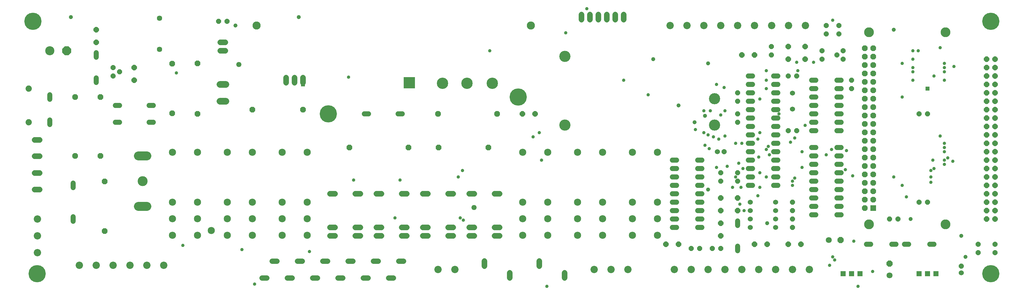
<source format=gbs>
G75*
G70*
%OFA0B0*%
%FSLAX24Y24*%
%IPPOS*%
%LPD*%
%AMOC8*
5,1,8,0,0,1.08239X$1,22.5*
%
%ADD10C,0.2049*%
%ADD11C,0.0600*%
%ADD12OC8,0.0600*%
%ADD13C,0.0595*%
%ADD14C,0.1080*%
%ADD15OC8,0.1080*%
%ADD16OC8,0.0680*%
%ADD17C,0.0740*%
%ADD18OC8,0.0640*%
%ADD19C,0.0680*%
%ADD20C,0.0674*%
%ADD21C,0.0789*%
%ADD22C,0.1080*%
%ADD23C,0.1180*%
%ADD24R,0.1346X0.1346*%
%ADD25C,0.1346*%
%ADD26C,0.0600*%
%ADD27C,0.0634*%
%ADD28C,0.1163*%
%ADD29R,0.0680X0.0680*%
%ADD30C,0.0848*%
%ADD31C,0.1328*%
%ADD32C,0.0867*%
%ADD33OC8,0.0710*%
%ADD34C,0.0710*%
%ADD35R,0.0630X0.0630*%
%ADD36C,0.0966*%
%ADD37C,0.0640*%
%ADD38C,0.0397*%
%ADD39C,0.0476*%
%ADD40R,0.0476X0.0476*%
%ADD41C,0.0611*%
D10*
X003100Y002600D03*
X037600Y021600D03*
X060100Y023600D03*
X116100Y032600D03*
X116100Y002600D03*
X002600Y032600D03*
D11*
X010100Y028860D02*
X010100Y028340D01*
X010100Y025860D02*
X010100Y025340D01*
X004600Y023860D02*
X004600Y023340D01*
X004600Y020860D02*
X004600Y020340D01*
X007350Y013360D02*
X007350Y012840D01*
X007350Y009360D02*
X007350Y008840D01*
X041840Y021600D02*
X042360Y021600D01*
X045840Y021600D02*
X046360Y021600D01*
X078340Y016100D02*
X078860Y016100D01*
X081340Y016100D02*
X081860Y016100D01*
X081860Y015100D02*
X081340Y015100D01*
X081340Y014100D02*
X081860Y014100D01*
X078860Y014100D02*
X078340Y014100D01*
X078340Y015100D02*
X078860Y015100D01*
X078860Y013100D02*
X078340Y013100D01*
X078340Y012100D02*
X078860Y012100D01*
X081340Y012100D02*
X081860Y012100D01*
X081860Y011100D02*
X081340Y011100D01*
X078860Y011100D02*
X078340Y011100D01*
X078340Y010100D02*
X078860Y010100D01*
X081340Y010100D02*
X081860Y010100D01*
X081860Y009100D02*
X081340Y009100D01*
X081340Y008100D02*
X081860Y008100D01*
X078860Y008100D02*
X078340Y008100D01*
X078340Y009100D02*
X078860Y009100D01*
X086100Y008860D02*
X086100Y008340D01*
X086100Y005860D02*
X086100Y005340D01*
X094840Y009600D02*
X095360Y009600D01*
X097840Y009600D02*
X098360Y009600D01*
X098360Y010600D02*
X097840Y010600D01*
X097840Y011600D02*
X098360Y011600D01*
X095360Y011600D02*
X094840Y011600D01*
X094840Y010600D02*
X095360Y010600D01*
X095360Y012600D02*
X094840Y012600D01*
X094840Y013600D02*
X095360Y013600D01*
X097840Y013600D02*
X098360Y013600D01*
X098360Y012600D02*
X097840Y012600D01*
X097840Y014600D02*
X098360Y014600D01*
X095360Y014600D02*
X094840Y014600D01*
X094840Y015600D02*
X095360Y015600D01*
X097840Y015600D02*
X098360Y015600D01*
X098360Y016600D02*
X097840Y016600D01*
X095360Y016600D02*
X094840Y016600D01*
X094840Y017600D02*
X095360Y017600D01*
X097840Y017600D02*
X098360Y017600D01*
X098360Y019600D02*
X097840Y019600D01*
X095360Y019600D02*
X094840Y019600D01*
X094840Y020600D02*
X095360Y020600D01*
X097840Y020600D02*
X098360Y020600D01*
X098360Y021600D02*
X097840Y021600D01*
X095360Y021600D02*
X094840Y021600D01*
X094840Y022600D02*
X095360Y022600D01*
X097840Y022600D02*
X098360Y022600D01*
X098360Y023600D02*
X097840Y023600D01*
X097840Y024600D02*
X098360Y024600D01*
X095360Y024600D02*
X094840Y024600D01*
X094840Y023600D02*
X095360Y023600D01*
X090860Y023100D02*
X090340Y023100D01*
X087860Y023100D02*
X087340Y023100D01*
X087340Y022100D02*
X087860Y022100D01*
X090340Y022100D02*
X090860Y022100D01*
X090860Y021100D02*
X090340Y021100D01*
X090340Y020100D02*
X090860Y020100D01*
X090860Y019100D02*
X090340Y019100D01*
X087860Y019100D02*
X087340Y019100D01*
X087340Y018100D02*
X087860Y018100D01*
X090340Y018100D02*
X090860Y018100D01*
X090860Y017100D02*
X090340Y017100D01*
X087860Y017100D02*
X087340Y017100D01*
X087340Y016100D02*
X087860Y016100D01*
X090340Y016100D02*
X090860Y016100D01*
X090860Y015100D02*
X090340Y015100D01*
X090340Y014100D02*
X090860Y014100D01*
X090860Y013100D02*
X090340Y013100D01*
X087860Y013100D02*
X087340Y013100D01*
X087340Y014100D02*
X087860Y014100D01*
X087860Y015100D02*
X087340Y015100D01*
X081860Y013100D02*
X081340Y013100D01*
X087340Y020100D02*
X087860Y020100D01*
X087860Y021100D02*
X087340Y021100D01*
X087340Y024100D02*
X087860Y024100D01*
X090340Y024100D02*
X090860Y024100D01*
X090860Y025100D02*
X090340Y025100D01*
X087860Y025100D02*
X087340Y025100D01*
X087340Y026100D02*
X087860Y026100D01*
X090340Y026100D02*
X090860Y026100D01*
X094840Y025600D02*
X095360Y025600D01*
X097840Y025600D02*
X098360Y025600D01*
X101340Y006100D02*
X101860Y006100D01*
X104340Y006100D02*
X104860Y006100D01*
X105840Y006100D02*
X106360Y006100D01*
X108840Y006100D02*
X109360Y006100D01*
D12*
X114600Y006100D03*
X116600Y006100D03*
X116600Y005100D03*
X114600Y005100D03*
X112600Y003500D03*
X105100Y009100D03*
X104100Y009100D03*
X107600Y011100D03*
X108600Y011100D03*
X092600Y011100D03*
X092600Y010100D03*
X092600Y009100D03*
X092600Y008100D03*
X084100Y005600D03*
X083100Y005600D03*
X081600Y005600D03*
X080600Y005600D03*
X084100Y013600D03*
X086100Y013600D03*
X086100Y014600D03*
X084100Y014600D03*
X084500Y017100D03*
X092100Y019600D03*
X093100Y019600D03*
X086100Y020600D03*
X086100Y021600D03*
X086100Y023100D03*
X086100Y024100D03*
X092100Y026100D03*
X093100Y026100D03*
X096100Y028100D03*
X097850Y028600D03*
X098600Y029100D03*
X096100Y029100D03*
X098600Y028100D03*
X099600Y025600D03*
X099600Y024600D03*
X107600Y021600D03*
X108600Y021600D03*
X090100Y028600D03*
X090100Y029600D03*
X096600Y031100D03*
X098100Y031100D03*
X098100Y032100D03*
X096600Y032100D03*
X025600Y032600D03*
X024600Y032600D03*
X012100Y027100D03*
X012850Y026600D03*
X012100Y026100D03*
D13*
X012343Y022600D02*
X012857Y022600D01*
X016343Y022600D02*
X016857Y022600D01*
X016857Y020600D02*
X016343Y020600D01*
X012857Y020600D02*
X012343Y020600D01*
D14*
X004600Y029100D03*
D15*
X006600Y029100D03*
D16*
X019100Y027550D03*
X022100Y027600D03*
X010600Y023600D03*
X007600Y023600D03*
X019100Y021650D03*
X022100Y021600D03*
X028600Y022100D03*
X034600Y022100D03*
X040100Y017600D03*
X047100Y017600D03*
X050650Y017600D03*
X056550Y017600D03*
X057600Y021600D03*
X050600Y021600D03*
X011100Y013550D03*
X010600Y016600D03*
X007600Y016600D03*
X011100Y007650D03*
X101163Y010395D03*
X101163Y011395D03*
X102163Y011395D03*
X102163Y012395D03*
X101163Y012395D03*
X101163Y013395D03*
X102163Y013395D03*
X102163Y014395D03*
X101163Y014395D03*
X101163Y015395D03*
X102163Y015395D03*
X102163Y016395D03*
X101163Y016395D03*
X101163Y017395D03*
X102163Y017395D03*
X102163Y018395D03*
X101163Y018395D03*
X101163Y019395D03*
X102163Y019395D03*
X102163Y020395D03*
X101163Y020395D03*
X101163Y021395D03*
X102163Y021395D03*
X102163Y022395D03*
X101163Y022395D03*
X101163Y023395D03*
X102163Y023395D03*
X102163Y024395D03*
X101163Y024395D03*
X101163Y025395D03*
X102163Y025395D03*
X102163Y026395D03*
X101163Y026395D03*
X101163Y027395D03*
X102163Y027395D03*
X102163Y028395D03*
X101163Y028395D03*
X101163Y029395D03*
X102163Y029395D03*
D17*
X002100Y024600D03*
X002100Y020600D03*
D18*
X014600Y025600D03*
X014600Y027100D03*
X010100Y030100D03*
X010100Y031600D03*
X060600Y021600D03*
X062100Y021600D03*
X086600Y028600D03*
X088100Y028600D03*
X092100Y028100D03*
X094100Y028100D03*
X094100Y029600D03*
X092100Y029600D03*
X115600Y028100D03*
X116600Y028100D03*
X116600Y027100D03*
X115600Y027100D03*
X115600Y026100D03*
X116600Y026100D03*
X116600Y025100D03*
X115600Y025100D03*
X115600Y024100D03*
X116600Y024100D03*
X116600Y023100D03*
X115600Y023100D03*
X115600Y022100D03*
X116600Y022100D03*
X116600Y021100D03*
X115600Y021100D03*
X115600Y020100D03*
X116600Y020100D03*
X116600Y019100D03*
X115600Y019100D03*
X115600Y018100D03*
X116600Y018100D03*
X116600Y017100D03*
X115600Y017100D03*
X115600Y016100D03*
X116600Y016100D03*
X116600Y015100D03*
X115600Y015100D03*
X115600Y014100D03*
X116600Y014100D03*
X116600Y013100D03*
X115600Y013100D03*
X115600Y012100D03*
X116600Y012100D03*
X116600Y011100D03*
X115600Y011100D03*
X115600Y010100D03*
X116600Y010100D03*
X116600Y009100D03*
X115600Y009100D03*
X093600Y006100D03*
X092100Y006100D03*
X089600Y006100D03*
X088100Y006100D03*
X084100Y007100D03*
X084100Y008600D03*
X084100Y010100D03*
X086100Y010100D03*
X086100Y011600D03*
X084100Y011600D03*
X079100Y006100D03*
X077600Y006100D03*
D19*
X065600Y002700D02*
X065600Y002100D01*
X062600Y003500D02*
X062600Y004100D01*
X059100Y002700D02*
X059100Y002100D01*
X056100Y003500D02*
X056100Y004100D01*
X054900Y007100D02*
X054300Y007100D01*
X052400Y007100D02*
X051800Y007100D01*
X049400Y007100D02*
X048800Y007100D01*
X046900Y007100D02*
X046300Y007100D01*
X043900Y007100D02*
X043300Y007100D01*
X041400Y007100D02*
X040800Y007100D01*
X038400Y007100D02*
X037800Y007100D01*
X037800Y008100D02*
X038400Y008100D01*
X040800Y008100D02*
X041400Y008100D01*
X043300Y008100D02*
X043900Y008100D01*
X046300Y008100D02*
X046900Y008100D01*
X048800Y008100D02*
X049400Y008100D01*
X051800Y008100D02*
X052400Y008100D01*
X054300Y008100D02*
X054900Y008100D01*
X057300Y008100D02*
X057900Y008100D01*
X057900Y007100D02*
X057300Y007100D01*
X057300Y012100D02*
X057900Y012100D01*
X054900Y012100D02*
X054300Y012100D01*
X052400Y012100D02*
X051800Y012100D01*
X049400Y012100D02*
X048800Y012100D01*
X046900Y012100D02*
X046300Y012100D01*
X043900Y012100D02*
X043300Y012100D01*
X041400Y012100D02*
X040800Y012100D01*
X038400Y012100D02*
X037800Y012100D01*
X003400Y012600D02*
X002800Y012600D01*
X002800Y014570D02*
X003400Y014570D01*
X003400Y016550D02*
X002800Y016550D01*
X002800Y018510D02*
X003400Y018510D01*
X032600Y025300D02*
X032600Y025900D01*
X033600Y025900D02*
X033600Y025300D01*
X034600Y025300D02*
X034600Y025900D01*
X067600Y032800D02*
X067600Y033400D01*
X068600Y033400D02*
X068600Y032800D01*
X069600Y032800D02*
X069600Y033400D01*
X070600Y033400D02*
X070600Y032800D01*
X071600Y032800D02*
X071600Y033400D01*
X072600Y033400D02*
X072600Y032800D01*
D20*
X025397Y030100D02*
X024803Y030100D01*
X024803Y029100D02*
X025397Y029100D01*
D21*
X025454Y025100D02*
X024746Y025100D01*
X024746Y023100D02*
X025454Y023100D01*
D22*
X016100Y016600D02*
X015100Y016600D01*
X015100Y010600D02*
X016100Y010600D01*
D23*
X015600Y013600D03*
D24*
X047183Y025293D03*
D25*
X051104Y025234D03*
X054006Y025234D03*
X057006Y025234D03*
D26*
X083700Y017100D03*
X092600Y022150D03*
X092600Y024050D03*
X090600Y011100D03*
X090600Y010100D03*
X090600Y009100D03*
X090600Y008100D03*
X087600Y008100D03*
X087600Y009100D03*
X087600Y010100D03*
X087600Y011100D03*
X112600Y002700D03*
D27*
X017600Y029250D03*
X017600Y032950D03*
D28*
X101667Y031313D03*
X110722Y031313D03*
X110722Y008478D03*
X101667Y008478D03*
D29*
X102163Y010395D03*
D30*
X076576Y011116D03*
X073624Y011116D03*
X070076Y011116D03*
X067124Y011116D03*
X063576Y011116D03*
X060624Y011116D03*
X060624Y009147D03*
X063576Y009147D03*
X067124Y009147D03*
X070076Y009147D03*
X073624Y009147D03*
X076576Y009147D03*
X076576Y007179D03*
X073624Y007179D03*
X070076Y007179D03*
X067124Y007179D03*
X063576Y007179D03*
X060624Y007179D03*
X035076Y007179D03*
X032124Y007179D03*
X028576Y007179D03*
X025624Y007179D03*
X023725Y007725D03*
X022076Y007179D03*
X019124Y007179D03*
X019124Y009147D03*
X022076Y009147D03*
X025624Y009147D03*
X028576Y009147D03*
X032124Y009147D03*
X035076Y009147D03*
X035076Y011116D03*
X032124Y011116D03*
X028576Y011116D03*
X025624Y011116D03*
X022076Y011116D03*
X019124Y011116D03*
X019124Y017021D03*
X022076Y017021D03*
X025624Y017021D03*
X028576Y017021D03*
X032124Y017021D03*
X035076Y017021D03*
X060624Y017021D03*
X063576Y017021D03*
X067124Y017021D03*
X070076Y017021D03*
X073624Y017021D03*
X076576Y017021D03*
D31*
X083340Y020256D03*
X083340Y023405D03*
X065624Y020256D03*
X065624Y028444D03*
D32*
X078100Y032090D03*
X080100Y032090D03*
X082100Y032090D03*
X084100Y032090D03*
X086100Y032090D03*
X088100Y032090D03*
X090108Y032090D03*
X092108Y032090D03*
X094108Y032090D03*
X003110Y009108D03*
X003110Y007108D03*
X003110Y005108D03*
X008100Y003610D03*
X010100Y003610D03*
X012100Y003610D03*
X014100Y003610D03*
X016100Y003610D03*
X018100Y003610D03*
X050592Y003110D03*
X052592Y003110D03*
X069092Y003110D03*
X071092Y003110D03*
X073092Y003110D03*
X078592Y003110D03*
X080592Y003110D03*
X082592Y003110D03*
X084592Y003110D03*
X086592Y003110D03*
X088592Y003110D03*
X090592Y003110D03*
X092592Y003110D03*
X094592Y003110D03*
D33*
X104100Y003800D03*
X098300Y006600D03*
D34*
X096900Y006600D03*
X104100Y002400D03*
D35*
X100600Y002600D03*
X099600Y002600D03*
X098600Y002600D03*
X107600Y002600D03*
X108600Y002600D03*
X109600Y002600D03*
D36*
X061600Y032100D03*
X029100Y032100D03*
D37*
X030920Y004100D02*
X031480Y004100D01*
X033920Y004100D02*
X034480Y004100D01*
X036920Y004100D02*
X037480Y004100D01*
X039920Y004100D02*
X040480Y004100D01*
X042920Y004100D02*
X043480Y004100D01*
X045920Y004100D02*
X046480Y004100D01*
X045280Y002100D02*
X044720Y002100D01*
X042280Y002100D02*
X041720Y002100D01*
X039280Y002100D02*
X038720Y002100D01*
X036280Y002100D02*
X035720Y002100D01*
X033280Y002100D02*
X032720Y002100D01*
X030280Y002100D02*
X029720Y002100D01*
D38*
X028850Y001350D03*
X035350Y005225D03*
X027350Y005475D03*
X020350Y005975D03*
X045475Y009225D03*
X053225Y009225D03*
X053600Y008975D03*
X046100Y013725D03*
X040600Y013725D03*
X052975Y014100D03*
X053475Y014850D03*
X062850Y016100D03*
X061850Y018850D03*
X062600Y019350D03*
X075475Y023850D03*
X072600Y025600D03*
X082100Y021975D03*
X082850Y021975D03*
X084100Y021475D03*
X084600Y021975D03*
X088725Y023350D03*
X089475Y024600D03*
X089475Y025600D03*
X089475Y026725D03*
X093225Y026725D03*
X093100Y027725D03*
X095100Y027725D03*
X105600Y027600D03*
X106850Y028100D03*
X106850Y027100D03*
X106850Y026600D03*
X109350Y026100D03*
X110600Y026600D03*
X110600Y027100D03*
X111725Y027225D03*
X110600Y027600D03*
X107475Y029100D03*
X106850Y029100D03*
X110100Y029475D03*
X110600Y025600D03*
X106850Y025600D03*
X105600Y023600D03*
X094100Y020225D03*
X092850Y018725D03*
X092350Y018225D03*
X089725Y017725D03*
X089475Y017350D03*
X089850Y016725D03*
X088600Y016475D03*
X086225Y015725D03*
X084850Y015350D03*
X083600Y015225D03*
X086725Y015100D03*
X085850Y014100D03*
X088725Y014600D03*
X089475Y014100D03*
X092600Y013600D03*
X092850Y013975D03*
X092600Y013100D03*
X088725Y012850D03*
X086475Y012850D03*
X085475Y012850D03*
X088475Y011850D03*
X086350Y010850D03*
X086850Y010100D03*
X099850Y006475D03*
X097350Y004600D03*
X097600Y004225D03*
X096975Y003600D03*
X102100Y002850D03*
X100350Y001100D03*
X106100Y011725D03*
X105600Y013100D03*
X104600Y014100D03*
X108975Y014100D03*
X108975Y013475D03*
X108975Y014850D03*
X109350Y015100D03*
X110600Y015600D03*
X110600Y016100D03*
X110975Y016350D03*
X111600Y015975D03*
X109225Y016100D03*
X110600Y017100D03*
X110600Y017600D03*
X110600Y018100D03*
X110100Y018975D03*
X098975Y017225D03*
X097225Y017350D03*
X096600Y016725D03*
X093725Y017100D03*
X088475Y018600D03*
X088725Y019350D03*
X086600Y018100D03*
X085850Y018100D03*
X084600Y018975D03*
X083850Y018600D03*
X083225Y018850D03*
X082600Y019100D03*
X082100Y019350D03*
X081100Y019725D03*
X082225Y017850D03*
X082725Y017475D03*
X093725Y015225D03*
X098850Y014975D03*
X099725Y014225D03*
X090975Y021600D03*
X084475Y024725D03*
X083600Y025100D03*
X065725Y031225D03*
X068225Y034100D03*
X056725Y029100D03*
X039975Y025975D03*
X019600Y026475D03*
X097350Y032725D03*
X063475Y001100D03*
D39*
X089600Y008600D03*
X082600Y012600D03*
X106600Y009100D03*
X112600Y007100D03*
X113100Y004600D03*
X080975Y020600D03*
X082225Y021350D03*
X079100Y022600D03*
X082600Y027600D03*
X076100Y028100D03*
X104600Y031600D03*
X034100Y033100D03*
X026600Y032100D03*
X007100Y033100D03*
D40*
X034600Y025100D03*
X108600Y024600D03*
D41*
X054850Y010475D03*
X026975Y027475D03*
M02*

</source>
